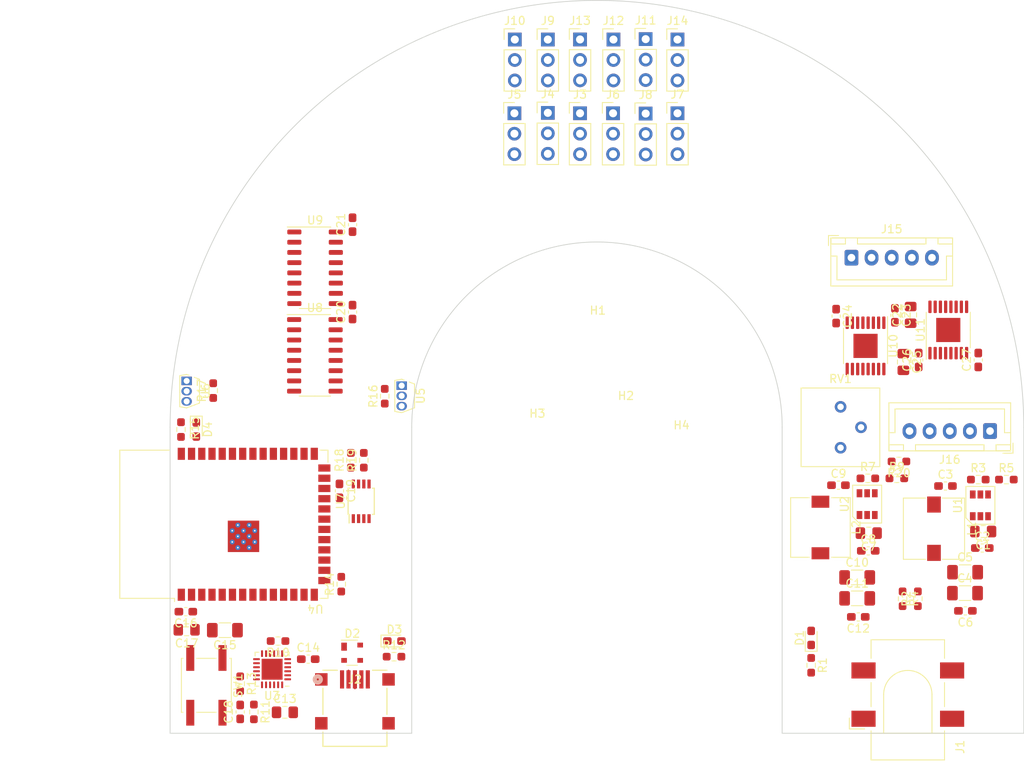
<source format=kicad_pcb>
(kicad_pcb (version 20221018) (generator pcbnew)
  (layers (0 "F.Cu" signal) (31 "B.Cu" power) (34 "B.Paste" user) (35 "F.Paste" user) (36 "B.SilkS" user "B.Silkscreen") (37 "F.SilkS" user "F.Silkscreen") (38 "B.Mask" user) (39 "F.Mask" user) (44 "Edge.Cuts" user))
  (net 0 "")
  (net 1 "+9V")
  (net 2 "GND")
  (net 3 "Net-(U1-SW)")
  (net 4 "Net-(U1-BST)")
  (net 5 "+5V")
  (net 6 "Net-(U2-SW)")
  (net 7 "Net-(U2-BST)")
  (net 8 "+3V3")
  (net 9 "/ESP_EN")
  (net 10 "Net-(U10-DVDD)")
  (net 11 "Net-(U11-DVDD)")
  (net 12 "Net-(D1-K)")
  (net 13 "/D-")
  (net 14 "/D+")
  (net 15 "Net-(D3-K)")
  (net 16 "VBUS")
  (net 17 "Net-(D4-K)")
  (net 18 "Net-(D4-A)")
  (net 20 "/Servo motors/SERVO0")
  (net 21 "/Servo motors/SERVO1")
  (net 22 "/Servo motors/SERVO2")
  (net 23 "/Servo motors/SERVO3")
  (net 24 "/Servo motors/SERVO4")
  (net 25 "/Servo motors/SERVO5")
  (net 26 "/Servo motors/SERVO6")
  (net 27 "/Servo motors/SERVO7")
  (net 28 "/Servo motors/SERVO8")
  (net 29 "/Servo motors/SERVO9")
  (net 30 "/Servo motors/SERVO10")
  (net 31 "/Servo motors/SERVO11")
  (net 32 "/Stepper motors/M1_A1")
  (net 33 "/Stepper motors/M1_B1")
  (net 34 "/Stepper motors/M1_A2")
  (net 35 "/Stepper motors/M1_B2")
  (net 37 "/Stepper motors/M2_A1")
  (net 38 "/Stepper motors/M2_B1")
  (net 39 "/Stepper motors/M2_A2")
  (net 40 "/Stepper motors/M2_B2")
  (net 42 "/FB_5V")
  (net 43 "/FB_3V3")
  (net 44 "Net-(U3-~{RST})")
  (net 45 "Net-(U3-SUSPEND)")
  (net 46 "Net-(U4-IO3)")
  (net 47 "/HALL_HOUR")
  (net 48 "/HALL_MINUTE")
  (net 49 "/Servo motors/MUX0_OUT0")
  (net 50 "/Servo motors/MUX0_OUT1")
  (net 51 "Net-(R20-Pad2)")
  (net 52 "/Stepper motors/VREF")
  (net 62 "/ESP_TXD")
  (net 63 "/ESP_RXD")
  (net 65 "/ESP_BOOT")
  (net 76 "/SEL0")
  (net 77 "/SEL1")
  (net 78 "/SEL2")
  (net 79 "/SEL3")
  (net 80 "/SERVO_PWM")
  (net 85 "/M0_HOUR")
  (net 86 "/M1_HOUR")
  (net 87 "/M0_MINUTE")
  (net 88 "/M1_MINUTE")
  (net 89 "/DIR_HOUR")
  (net 90 "/DIR_MINUTE")
  (net 91 "/STEP_HOUR")
  (net 92 "/STEP_MINUTE")
  (net 98 "/EN_DCDC")
  (footprint "Topeltkell:TSOT26" (layer "F.Cu") (at 195.65 99.85)
    (fp_text reference "U2")
    (fp_text value "AP62200")
  )
  (footprint "Capacitor_SMD:C_0603_1608Metric_Pad1.08x0.95mm_HandSolder" (layer "F.Cu") (at 194.55 113.85 180)
    (fp_text reference "C12")
    (fp_text value "100n")
  )
  (footprint "Package_SO:TSSOP-8_3x3mm_P0.65mm" (layer "F.Cu") (at 132.825 99.5 90)
    (fp_text reference "U7")
    (fp_text value "74LVC2G53")
  )
  (footprint "MountingHole:MountingHole_3.2mm_M3" (layer "F.Cu") (at 154.7 92.8)
    (fp_text reference "H3")
    (fp_text value "MountingHole")
  )
  (footprint "Package_TO_SOT_THT:TO-92S" (layer "F.Cu") (at 111.15 84.55 -90)
    (fp_text reference "U6")
    (fp_text value "TLV4961")
  )
  (footprint "Capacitor_SMD:C_0603_1608Metric_Pad1.08x0.95mm_HandSolder" (layer "F.Cu") (at 130.125 98.2 -90)
    (fp_text reference "C19")
    (fp_text value "100n")
  )
  (footprint "Resistor_SMD:R_0603_1608Metric_Pad0.98x0.95mm_HandSolder" (layer "F.Cu") (at 199.6 94.55 180)
    (fp_text reference "R20")
    (fp_text value "10k")
  )
  (footprint "MountingHole:MountingHole_3.2mm_M3" (layer "F.Cu") (at 172.6 94.25)
    (fp_text reference "H4")
    (fp_text value "MountingHole")
  )
  (footprint "Potentiometer_THT:Potentiometer_Bourns_3386P_Vertical" (layer "F.Cu") (at 192.35 92.85)
    (fp_text reference "RV1")
    (fp_text value "1k")
  )
  (footprint "Connector_PinHeader_2.54mm:PinHeader_1x03_P2.54mm_Vertical" (layer "F.Cu") (at 168.15 51.355)
    (fp_text reference "J8")
    (fp_text value "Conn_01x03_Pin")
  )
  (footprint "Topeltkell:USB_Mini_B" (layer "F.Cu") (at 133.6477 121.6129)
    (fp_text reference "J2")
    (fp_text value "USB_B_Mini")
  )
  (footprint "Capacitor_SMD:C_0805_2012Metric_Pad1.18x1.45mm_HandSolder" (layer "F.Cu") (at 195.85 103.45 180)
    (fp_text reference "C7")
    (fp_text value "10u")
  )
  (footprint "Connector_PinHeader_2.54mm:PinHeader_1x03_P2.54mm_Vertical" (layer "F.Cu") (at 164.15 42.16)
    (fp_text reference "J12")
    (fp_text value "Conn_01x03_Pin")
  )
  (footprint "Connector_JST:JST_XH_B5B-XH-A_1x05_P2.50mm_Vertical" (layer "F.Cu") (at 193.7 69.25)
    (fp_text reference "J15")
    (fp_text value "JST XH 5 pin")
  )
  (footprint "Connector_PinHeader_2.54mm:PinHeader_1x03_P2.54mm_Vertical" (layer "F.Cu") (at 151.9 42.16)
    (fp_text reference "J10")
    (fp_text value "Conn_01x03_Pin")
  )
  (footprint "Package_SO:SO-16_3.9x9.9mm_P1.27mm" (layer "F.Cu") (at 127.1 70.5)
    (fp_text reference "U9")
    (fp_text value "74HCT4851")
  )
  (footprint "Resistor_SMD:R_0603_1608Metric_Pad0.98x0.95mm_HandSolder" (layer "F.Cu") (at 122.5 116.85 180)
    (fp_text reference "R10")
    (fp_text value "10k")
  )
  (footprint "Capacitor_SMD:C_0603_1608Metric_Pad1.08x0.95mm_HandSolder" (layer "F.Cu") (at 191.8 76.5 -90)
    (fp_text reference "C24")
    (fp_text value "470n")
  )
  (footprint "Connector_PinHeader_2.54mm:PinHeader_1x03_P2.54mm_Vertical" (layer "F.Cu") (at 160 42.15)
    (fp_text reference "J13")
    (fp_text value "Conn_01x03_Pin")
  )
  (footprint "LED_SMD:LED_0603_1608Metric_Pad1.05x0.95mm_HandSolder" (layer "F.Cu") (at 136.95 116.85)
    (fp_text reference "D3")
    (fp_text value "LED_USB")
  )
  (footprint "MountingHole:MountingHole_3.2mm_M3" (layer "F.Cu") (at 162.2 80)
    (fp_text reference "H1")
    (fp_text value "MountingHole")
  )
  (footprint "Capacitor_SMD:C_0603_1608Metric_Pad1.08x0.95mm_HandSolder" (layer "F.Cu") (at 117.8 125.65 90)
    (fp_text reference "C18")
    (fp_text value "100n")
  )
  (footprint "Connector_PinHeader_2.54mm:PinHeader_1x03_P2.54mm_Vertical" (layer "F.Cu") (at 160 51.315)
    (fp_text reference "J3")
    (fp_text value "Conn_01x03_Pin")
  )
  (footprint "Resistor_SMD:R_0603_1608Metric_Pad0.98x0.95mm_HandSolder" (layer "F.Cu") (at 133.15 94.4 90)
    (fp_text reference "R19")
    (fp_text value "10k")
  )
  (footprint "Capacitor_SMD:C_0805_2012Metric_Pad1.18x1.45mm_HandSolder" (layer "F.Cu") (at 210.0625 103.25 180)
    (fp_text reference "C1")
    (fp_text value "10u")
  )
  (footprint "Capacitor_SMD:C_0603_1608Metric_Pad1.08x0.95mm_HandSolder" (layer "F.Cu") (at 126.25 119.1)
    (fp_text reference "C14")
    (fp_text value "100n")
  )
  (footprint "Connector_PinHeader_2.54mm:PinHeader_1x03_P2.54mm_Vertical" (layer "F.Cu") (at 156 42.16)
    (fp_text reference "J9")
    (fp_text value "Conn_01x03_Pin")
  )
  (footprint "Capacitor_SMD:C_0603_1608Metric_Pad1.08x0.95mm_HandSolder" (layer "F.Cu") (at 202.05 81.95 90)
    (fp_text reference "C26")
    (fp_text value "10n")
  )
  (footprint "Resistor_SMD:R_0603_1608Metric_Pad0.98x0.95mm_HandSolder" (layer "F.Cu") (at 200.05 111.6 -90)
    (fp_text reference "R4")
    (fp_text value "10k")
  )
  (footprint "Capacitor_SMD:C_1206_3216Metric_Pad1.33x1.80mm_HandSolder" (layer "F.Cu") (at 194.4125 108.95)
    (fp_text reference "C10")
    (fp_text value "22u")
  )
  (footprint "Capacitor_SMD:C_1206_3216Metric_Pad1.33x1.80mm_HandSolder" (layer "F.Cu") (at 194.4125 111.55)
    (fp_text reference "C11")
    (fp_text value "22u")
  )
  (footprint "Package_TO_SOT_THT:TO-92S" (layer "F.Cu") (at 137.85 85.1375 -90)
    (fp_text reference "U5")
    (fp_text value "TLV4961")
  )
  (footprint "RF_Module:ESP32-S3-WROOM-1" (layer "F.Cu") (at 115.75 102.35 90)
    (fp_text reference "U4")
    (fp_text value "ESP32-S3-WROOM-1-N4")
  )
  (footprint "Connector_PinHeader_2.54mm:PinHeader_1x03_P2.54mm_Vertical" (layer "F.Cu") (at 172.1 51.315)
    (fp_text reference "J7")
    (fp_text value "Conn_01x03_Pin")
  )
  (footprint "Connector_PinHeader_2.54mm:PinHeader_1x03_P2.54mm_Vertical" (layer "F.Cu") (at 168.15 42.11)
    (fp_text reference "J11")
    (fp_text value "Conn_01x03_Pin")
  )
  (footprint "Package_SO:HTSSOP-16-1EP_4.4x5mm_P0.65mm_EP3x3mm" (layer "F.Cu") (at 195.45 80.2 -90)
    (fp_text reference "U10")
    (fp_text value "DRV8428")
  )
  (footprint "LED_SMD:LED_0603_1608Metric_Pad1.05x0.95mm_HandSolder" (layer "F.Cu") (at 188.7 116.4625 90)
    (fp_text reference "D1")
    (fp_text value "LED_POWER")
  )
  (footprint "Connector_JST:JST_XH_B5B-XH-A_1x05_P2.50mm_Vertical" (layer "F.Cu") (at 210.91 90.775 180)
    (fp_text reference "J16")
    (fp_text value "JST XH 5 pin")
  )
  (footprint "Resistor_SMD:R_0603_1608Metric_Pad0.98x0.95mm_HandSolder" (layer "F.Cu") (at 135.75 86.45 90)
    (fp_text reference "R16")
    (fp_text value "10k")
  )
  (footprint "Capacitor_SMD:C_0603_1608Metric_Pad1.08x0.95mm_HandSolder" (layer "F.Cu") (at 192.0875 97.5)
    (fp_text reference "C9")
    (fp_text value "330n")
  )
  (footprint "Connector_PinHeader_2.54mm:PinHeader_1x03_P2.54mm_Vertical" (layer "F.Cu") (at 151.85 51.315)
    (fp_text reference "J5")
    (fp_text value "Conn_01x03_Pin")
  )
  (footprint "Topeltkell:TSOT26" (layer "F.Cu") (at 209.7125 100)
    (fp_text reference "U1")
    (fp_text value "AP62200")
  )
  (footprint "Inductor_SMD:L_Wuerth_WE-PD-Typ-7345" (layer "F.Cu") (at 203.95 102.9 -90)
    (fp_text reference "L1")
    (fp_text value "4u7")
  )
  (footprint "Capacitor_SMD:C_1206_3216Metric_Pad1.33x1.80mm_HandSolder" (layer "F.Cu") (at 115.9 115.5 180)
    (fp_text reference "C15")
    (fp_text value "22u")
  )
  (footprint "Resistor_SMD:R_0603_1608Metric_Pad0.98x0.95mm_HandSolder" (layer "F.Cu") (at 130.35 109.7875 90)
    (fp_text reference "R14")
    (fp_text value "10k")
  )
  (footprint "Capacitor_SMD:C_0603_1608Metric_Pad1.08x0.95mm_HandSolder" (layer "F.Cu") (at 131.75 65.15 90)
    (fp_text reference "C21")
    (fp_text value "100n")
  )
  (footprint "Resistor_SMD:R_0603_1608Metric_Pad0.98x0.95mm_HandSolder" (layer "F.Cu") (at 117.8 122.15 -90)
    (fp_text reference "R13")
    (fp_text value "10k")
  )
  (footprint "Capacitor_SMD:C_1206_3216Metric_Pad1.33x1.80mm_HandSolder" (layer "F.Cu") (at 207.8 110.9)
    (fp_text reference "C4")
    (fp_text value "22u")
  )
  (footprint "Capacitor_SMD:C_0805_2012Metric_Pad1.18x1.45mm_HandSolder" (layer "F.Cu") (at 201.05 76.35 90)
    (fp_text reference "C22")
    (fp_text value "10u")
  )
  (footprint "Package_SO:HTSSOP-16-1EP_4.4x5mm_P0.65mm_EP3x3mm" (layer "F.Cu") (at 205.725 78.225 90)
    (fp_text reference "U11")
    (fp_text value "DRV8428")
  )
  (footprint "Resistor_SMD:R_0603_1608Metric_Pad0.98x0.95mm_HandSolder" (layer "F.Cu") (at 212.9375 96.8)
    (fp_text reference "R5")
    (fp_text value "10k")
  )
  (footprint "Connector_BarrelJack:BarrelJack_CLIFF_FC681465S_SMT_Horizontal" (layer "F.Cu") (at 200.7 123.5 90)
    (fp_text reference "J1")
    (fp_text value "Barrel_Jack")
  )
  (footprint "Resistor_SMD:R_0603_1608Metric_Pad0.98x0.95mm_HandSolder" (layer "F.Cu") (at 188.7 119.8625 -90)
    (fp_text reference "R1")
    (fp_text value "220")
  )
  (footprint "Resistor_SMD:R_0603_1608Metric_Pad0.98x0.95mm_HandSolder" (layer "F.Cu") (at 209.45 96.8)
    (fp_text reference "R3")
    (fp_text value "52k3")
  )
  (footprint "Capacitor_SMD:C_0603_1608Metric_Pad1.08x0.95mm_HandSolder" (layer "F.Cu") (at 111.05 113.2 180)
    (fp_text reference "C16")
    (fp_text value "100n")
  )
  (footprint "Connector_PinHeader_2.54mm:PinHeader_1x03_P2.54mm_Vertical" (layer "F.Cu") (at 164.1 51.315)
    (fp_text reference "J6")
    (fp_text value "Conn_01x03_Pin")
  )
  (footprint "Resistor_SMD:R_0603_1608Metric_Pad0.98x0.95mm_HandSolder" (layer "F.Cu") (at 195.7375 96.65)
    (fp_text reference "R7")
    (fp_text value "31k6")
  )
  (footprint "Capacitor_SMD:C_0805_2012Metric_Pad1.18x1.45mm_HandSolder" (layer "F.Cu") (at 111.15 115.45 180)
    (fp_text reference "C17")
    (fp_text value "1u")
  )
  (footprint "Resistor_SMD:R_0603_1608Metric_Pad0.98x0.95mm_HandSolder" (layer "F.Cu") (at 119.5 125.65 -90)
    (fp_text reference "R11")
    (fp_text value "10k")
  )
  (footprint "Resistor_SMD:R_0603_1608Metric_Pad0.98x0.95mm_HandSolder" (layer "F.Cu") (at 114.45 85.75 90)
    (fp_text reference "R17")
    (fp_text value "10k")
  )
  (footprint "Capacitor_SMD:C_0603_1608Metric_Pad1.08x0.95mm_HandSolder" (layer "F.Cu") (at 199.1 76.4 -90)
    (fp_text reference "C23")
    (fp_text value "10n")
  )
  (footprint "Connector_PinHeader_2.54mm:PinHeader_1x03_P2.54mm_Vertical" (layer "F.Cu") (at 156 51.265)
    (fp_text reference "J4")
    (fp_text value "Conn_01x03_Pin")
  )
  (footprint "Capacitor_SMD:C_0805_2012Metric_Pad1.18x1.45mm_HandSolder" (layer "F.Cu") (at 200.15 82.2 -90)
    (fp_text reference "C25")
    (fp_text value "10u")
  )
  (footprint "Package_SO:SO-16_3.9x9.9mm_P1.27mm" (layer "F.Cu") (at 127.075 81.375)
    (fp_text reference "U8")
    (fp_text value "74HCT4851")
  )
  (footprint "Capacitor_SMD:C_0603_1608Metric_Pad1.08x0.95mm_HandSolder" (layer "F.Cu") (at 207.85 113.1 180)
    (fp_text reference "C6")
    (fp_text value "100n")
  )
  (footprint "Capacitor_SMD:C_0603_1608Metric_Pad1.08x0.95mm_HandSolder" (layer "F.Cu") (at 195.7875 105.65)
    (fp_text reference "C8")
    (fp_text value "100n")
  )
  (footprint "Package_TO_SOT_SMD:SOT-143" (layer "F.Cu") (at 131.7 118.3)
    (fp_text reference "D2")
    (fp_text value "PRTR5V0U2X")
  )
  (footprint "Connector_PinHeader_2.54mm:PinHeader_1x03_P2.54mm_Vertical" (layer "F.Cu") (at 172.1 42.16)
    (fp_text reference "J14")
    (fp_text value "Conn_01x03_Pin")
  )
  (footprint "Resistor_SMD:R_0603_1608Metric_Pad0.98x0.95mm_HandSolder" (layer "F.Cu") (at 131.55 94.4 90)
    (fp_text reference "R18")
    (fp_text value "10k")
  )
  (footprint "Capacitor_SMD:C_0805_2012Metric_Pad1.18x1.45mm_HandSolder" (layer "F.Cu") (at 123.35 125.7)
    (fp_text reference "C13")
    (fp_text value "4u7")
  )
  (footprint "Capacitor_SMD:C_0603_1608Metric_Pad1.08x0.95mm_HandSolder" (layer "F.Cu") (at 131.75 76 90)
    (fp_text reference "C20")
    (fp_text value "100n")
  )
  (footprint "Resistor_SMD:R_0603_1608Metric_Pad0.98x0.95mm_HandSolder" (layer "F.Cu") (at 136.9 118.79)
    (fp_text reference "R12")
    (fp_text value "470")
  )
  (footprint "Capacitor_SMD:C_1206_3216Metric_Pad1.33x1.80mm_HandSolder" (layer "F.Cu") (at 207.8125 108.3)
    (fp_text reference "C5")
    (fp_text value "22u")
  )
  (footprint "Package_DFN_QFN:QFN-24-1EP_4x4mm_P0.5mm_EP2.6x2.6mm" (layer "F.Cu") (at 121.7625 120.35 180)
    (fp_text reference "U3")
    (fp_text value "CP2102N-Axx-xQFN24")
  )
  (footprint "Inductor_SMD:L_7.3x7.3_H3.5" (layer "F.Cu") (at 189.85 102.75 -90)
    (fp_text reference "L2")
    (fp_text value "3u3")
  )
  (footprint "Resistor_SMD:R_0603_1608Metric_Pad0.98x0.95mm_HandSolder" (layer "F.Cu") (at 199.3375 96.65)
    (fp_text reference "R9")
    (fp_text value "10k")
  )
  (footprint "MountingHole:MountingHole_3.2mm_M3" (layer "F.Cu") (at 165.7 90.6)
    (fp_text reference "H2")
    (fp_text value "MountingHole")
  )
  (footprint "Button_Switch_SMD:SW_SPST_EVQQ2" (layer "F.Cu") (at 113.6 122.35 -90)
    (fp_text reference "SW1")
    (fp_text value "SW_RESET")
  )
  (footprint "Capacitor_SMD:C_0603_1608Metric_Pad1.08x0.95mm_HandSolder" (layer "F.Cu") (at 205.375 97.6)
    (fp_text reference "C3")
    (fp_text value "330n")
  )
  (footprint "Capacitor_SMD:C_0603_1608Metric_Pad1.08x0.95mm_HandSolder" (layer "F.Cu") (at 209.45 81.95 90)
    (fp_text reference "C27")
    (fp_text value "470n")
  )
  (footprint "Resistor_SMD:R_0603_1608Metric_Pad0.98x0.95mm_HandSolder" (layer "F.Cu") (at 201.95 111.6 90)
    (fp_text reference "R2")
    (fp_text value "47k")
  )
  (footprint "Capacitor_SMD:C_0603_1608Metric_Pad1.08x0.95mm_HandSolder" (layer "F.Cu") (at 209.95 105.3)
    (fp_text reference "C2")
    (fp_text value "100n")
  )
  (footprint "Resistor_SMD:R_0603_1608Metric_Pad0.98x0.95mm_HandSolder" (layer "F.Cu") (at 110.45 90.5875 -90)
    (fp_text reference "R15")
    (fp_text value "220")
  )
  (footprint "LED_SMD:LED_0603_1608Metric_Pad1.05x0.95mm_HandSolder" (layer "F.Cu") (at 112.35 90.5875 -90)
    (fp_text reference "D4")
    (fp_text value "LED_DEGUG")
  )
  (gr_arc (start 139.1 90.3) (mid 162.1 67.3) (end 185.1 90.3) (stroke (width 0.1)) (layer "Edge.Cuts"))
  (gr_line (start 185.1 128.3) (end 185.1 90.3) (stroke (width 0.1)) (layer "Edge.Cuts"))
  (gr_line (start 139.1 128.3) (end 139.1 90.3) (stroke (width 0.1)) (layer "Edge.Cuts"))
  (gr_line (start 109.1 90.3) (end 109.1 128.3) (stroke (width 0.1)) (layer "Edge.Cuts"))
  (gr_line (start 215.1 90.3) (end 215.1 128.3) (stroke (width 0.1)) (layer "Edge.Cuts"))
  (gr_arc (start 109.1 90.3) (mid 162.1 37.3) (end 215.1 90.3) (stroke (width 0.1)) (layer "Edge.Cuts"))
  (gr_line (start 215.1 128.3) (end 185.1 128.3) (stroke (width 0.1)) (layer "Edge.Cuts"))
  (gr_line (start 109.1 128.3) (end 139.1 128.3) (stroke (width 0.1)) (layer "Edge.Cuts"))
  (segment (start 131.247699 121.6129) (end 131.247699 120.497699) (width 0.2) (layer "F.Cu") (net 13))
  (segment (start 132.0477 121.6129) (end 132.0477 122.7432) (width 0.2) (layer "F.Cu") (net 14))
)
</source>
